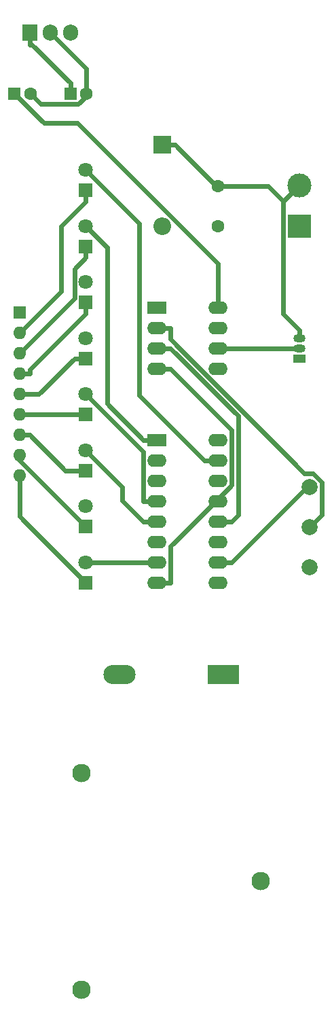
<source format=gbr>
%TF.GenerationSoftware,KiCad,Pcbnew,(5.1.10)-1*%
%TF.CreationDate,2022-06-09T20:54:53-04:00*%
%TF.ProjectId,ATtiny85 Motor Circuit,41547469-6e79-4383-9520-4d6f746f7220,rev?*%
%TF.SameCoordinates,Original*%
%TF.FileFunction,Copper,L2,Bot*%
%TF.FilePolarity,Positive*%
%FSLAX46Y46*%
G04 Gerber Fmt 4.6, Leading zero omitted, Abs format (unit mm)*
G04 Created by KiCad (PCBNEW (5.1.10)-1) date 2022-06-09 20:54:53*
%MOMM*%
%LPD*%
G01*
G04 APERTURE LIST*
%TA.AperFunction,WasherPad*%
%ADD10C,2.300000*%
%TD*%
%TA.AperFunction,ComponentPad*%
%ADD11O,4.020000X2.410000*%
%TD*%
%TA.AperFunction,ComponentPad*%
%ADD12R,4.020000X2.410000*%
%TD*%
%TA.AperFunction,ComponentPad*%
%ADD13O,1.905000X2.000000*%
%TD*%
%TA.AperFunction,ComponentPad*%
%ADD14R,1.905000X2.000000*%
%TD*%
%TA.AperFunction,ComponentPad*%
%ADD15O,2.200000X2.200000*%
%TD*%
%TA.AperFunction,ComponentPad*%
%ADD16R,2.200000X2.200000*%
%TD*%
%TA.AperFunction,ComponentPad*%
%ADD17C,3.000000*%
%TD*%
%TA.AperFunction,ComponentPad*%
%ADD18R,3.000000X3.000000*%
%TD*%
%TA.AperFunction,ComponentPad*%
%ADD19C,1.600000*%
%TD*%
%TA.AperFunction,ComponentPad*%
%ADD20R,1.600000X1.600000*%
%TD*%
%TA.AperFunction,ComponentPad*%
%ADD21C,2.000000*%
%TD*%
%TA.AperFunction,ComponentPad*%
%ADD22O,2.400000X1.600000*%
%TD*%
%TA.AperFunction,ComponentPad*%
%ADD23R,2.400000X1.600000*%
%TD*%
%TA.AperFunction,ComponentPad*%
%ADD24O,1.600000X1.600000*%
%TD*%
%TA.AperFunction,ComponentPad*%
%ADD25C,1.800000*%
%TD*%
%TA.AperFunction,ComponentPad*%
%ADD26R,1.800000X1.800000*%
%TD*%
%TA.AperFunction,ComponentPad*%
%ADD27O,1.500000X1.050000*%
%TD*%
%TA.AperFunction,ComponentPad*%
%ADD28R,1.500000X1.050000*%
%TD*%
%TA.AperFunction,Conductor*%
%ADD29C,0.600000*%
%TD*%
G04 APERTURE END LIST*
D10*
%TO.P,BT1,*%
%TO.N,*%
X120810000Y-164990000D03*
X120810000Y-138020000D03*
X143160000Y-151510000D03*
D11*
%TO.P,BT1,2*%
%TO.N,GND*%
X125550000Y-125730000D03*
D12*
%TO.P,BT1,1*%
%TO.N,Net-(BT1-Pad1)*%
X138430000Y-125730000D03*
%TD*%
D13*
%TO.P,U3,3*%
%TO.N,VCC*%
X119380000Y-45720000D03*
%TO.P,U3,2*%
%TO.N,GND*%
X116840000Y-45720000D03*
D14*
%TO.P,U3,1*%
%TO.N,Net-(BT1-Pad1)*%
X114300000Y-45720000D03*
%TD*%
D15*
%TO.P,D1,2*%
%TO.N,Net-(BT1-Pad1)*%
X130810000Y-69850000D03*
D16*
%TO.P,D1,1*%
%TO.N,Net-(C1-Pad2)*%
X130810000Y-59690000D03*
%TD*%
D17*
%TO.P,M1,2*%
%TO.N,Net-(C1-Pad2)*%
X147955000Y-64770000D03*
D18*
%TO.P,M1,1*%
%TO.N,Net-(BT1-Pad1)*%
X147955000Y-69850000D03*
%TD*%
D19*
%TO.P,C3,2*%
%TO.N,GND*%
X114395000Y-53340000D03*
D20*
%TO.P,C3,1*%
%TO.N,VCC*%
X112395000Y-53340000D03*
%TD*%
D19*
%TO.P,C2,2*%
%TO.N,GND*%
X121380000Y-53340000D03*
D20*
%TO.P,C2,1*%
%TO.N,Net-(BT1-Pad1)*%
X119380000Y-53340000D03*
%TD*%
D21*
%TO.P,RV1,3*%
%TO.N,VCC*%
X149225000Y-102395000D03*
%TO.P,RV1,2*%
%TO.N,Net-(RV1-Pad2)*%
X149225000Y-107395000D03*
%TO.P,RV1,1*%
%TO.N,GND*%
X149225000Y-112395000D03*
%TD*%
D22*
%TO.P,U1,8*%
%TO.N,VCC*%
X137795000Y-80010000D03*
%TO.P,U1,4*%
%TO.N,GND*%
X130175000Y-87630000D03*
%TO.P,U1,7*%
%TO.N,Net-(U1-Pad7)*%
X137795000Y-82550000D03*
%TO.P,U1,3*%
%TO.N,Net-(U1-Pad3)*%
X130175000Y-85090000D03*
%TO.P,U1,6*%
%TO.N,Net-(Q1-Pad2)*%
X137795000Y-85090000D03*
%TO.P,U1,2*%
%TO.N,Net-(RV1-Pad2)*%
X130175000Y-82550000D03*
%TO.P,U1,5*%
%TO.N,Net-(U1-Pad5)*%
X137795000Y-87630000D03*
D23*
%TO.P,U1,1*%
%TO.N,Net-(U1-Pad1)*%
X130175000Y-80010000D03*
%TD*%
D22*
%TO.P,U2,16*%
%TO.N,VCC*%
X137795000Y-96520000D03*
%TO.P,U2,8*%
%TO.N,GND*%
X130175000Y-114300000D03*
%TO.P,U2,15*%
%TO.N,Net-(D2-Pad2)*%
X137795000Y-99060000D03*
%TO.P,U2,7*%
%TO.N,Net-(D9-Pad2)*%
X130175000Y-111760000D03*
%TO.P,U2,14*%
%TO.N,Net-(U1-Pad7)*%
X137795000Y-101600000D03*
%TO.P,U2,6*%
%TO.N,Net-(D8-Pad2)*%
X130175000Y-109220000D03*
%TO.P,U2,13*%
%TO.N,GND*%
X137795000Y-104140000D03*
%TO.P,U2,5*%
%TO.N,Net-(D7-Pad2)*%
X130175000Y-106680000D03*
%TO.P,U2,12*%
%TO.N,Net-(U1-Pad3)*%
X137795000Y-106680000D03*
%TO.P,U2,4*%
%TO.N,Net-(D6-Pad2)*%
X130175000Y-104140000D03*
%TO.P,U2,11*%
%TO.N,Net-(U1-Pad5)*%
X137795000Y-109220000D03*
%TO.P,U2,3*%
%TO.N,Net-(D5-Pad2)*%
X130175000Y-101600000D03*
%TO.P,U2,10*%
%TO.N,VCC*%
X137795000Y-111760000D03*
%TO.P,U2,2*%
%TO.N,Net-(D4-Pad2)*%
X130175000Y-99060000D03*
%TO.P,U2,9*%
%TO.N,Net-(U2-Pad9)*%
X137795000Y-114300000D03*
D23*
%TO.P,U2,1*%
%TO.N,Net-(D3-Pad2)*%
X130175000Y-96520000D03*
%TD*%
D24*
%TO.P,RN1,9*%
%TO.N,Net-(D9-Pad1)*%
X113030000Y-100965000D03*
%TO.P,RN1,8*%
%TO.N,Net-(D8-Pad1)*%
X113030000Y-98425000D03*
%TO.P,RN1,7*%
%TO.N,Net-(D7-Pad1)*%
X113030000Y-95885000D03*
%TO.P,RN1,6*%
%TO.N,Net-(D6-Pad1)*%
X113030000Y-93345000D03*
%TO.P,RN1,5*%
%TO.N,Net-(D5-Pad1)*%
X113030000Y-90805000D03*
%TO.P,RN1,4*%
%TO.N,Net-(D4-Pad1)*%
X113030000Y-88265000D03*
%TO.P,RN1,3*%
%TO.N,Net-(D3-Pad1)*%
X113030000Y-85725000D03*
%TO.P,RN1,2*%
%TO.N,Net-(D2-Pad1)*%
X113030000Y-83185000D03*
D20*
%TO.P,RN1,1*%
%TO.N,GND*%
X113030000Y-80645000D03*
%TD*%
D25*
%TO.P,D9,2*%
%TO.N,Net-(D9-Pad2)*%
X121285000Y-111760000D03*
D26*
%TO.P,D9,1*%
%TO.N,Net-(D9-Pad1)*%
X121285000Y-114300000D03*
%TD*%
D25*
%TO.P,D8,2*%
%TO.N,Net-(D8-Pad2)*%
X121285000Y-104775000D03*
D26*
%TO.P,D8,1*%
%TO.N,Net-(D8-Pad1)*%
X121285000Y-107315000D03*
%TD*%
D25*
%TO.P,D7,2*%
%TO.N,Net-(D7-Pad2)*%
X121285000Y-97790000D03*
D26*
%TO.P,D7,1*%
%TO.N,Net-(D7-Pad1)*%
X121285000Y-100330000D03*
%TD*%
D25*
%TO.P,D6,2*%
%TO.N,Net-(D6-Pad2)*%
X121285000Y-90805000D03*
D26*
%TO.P,D6,1*%
%TO.N,Net-(D6-Pad1)*%
X121285000Y-93345000D03*
%TD*%
D25*
%TO.P,D5,2*%
%TO.N,Net-(D5-Pad2)*%
X121285000Y-83820000D03*
D26*
%TO.P,D5,1*%
%TO.N,Net-(D5-Pad1)*%
X121285000Y-86360000D03*
%TD*%
D25*
%TO.P,D4,2*%
%TO.N,Net-(D4-Pad2)*%
X121285000Y-76835000D03*
D26*
%TO.P,D4,1*%
%TO.N,Net-(D4-Pad1)*%
X121285000Y-79375000D03*
%TD*%
D25*
%TO.P,D3,2*%
%TO.N,Net-(D3-Pad2)*%
X121285000Y-69850000D03*
D26*
%TO.P,D3,1*%
%TO.N,Net-(D3-Pad1)*%
X121285000Y-72390000D03*
%TD*%
D25*
%TO.P,D2,2*%
%TO.N,Net-(D2-Pad2)*%
X121285000Y-62865000D03*
D26*
%TO.P,D2,1*%
%TO.N,Net-(D2-Pad1)*%
X121285000Y-65405000D03*
%TD*%
D19*
%TO.P,C1,2*%
%TO.N,Net-(C1-Pad2)*%
X137795000Y-64850000D03*
%TO.P,C1,1*%
%TO.N,Net-(BT1-Pad1)*%
X137795000Y-69850000D03*
%TD*%
D27*
%TO.P,Q1,2*%
%TO.N,Net-(Q1-Pad2)*%
X147955000Y-85090000D03*
%TO.P,Q1,3*%
%TO.N,Net-(C1-Pad2)*%
X147955000Y-83820000D03*
D28*
%TO.P,Q1,1*%
%TO.N,GND*%
X147955000Y-86360000D03*
%TD*%
D29*
%TO.N,Net-(C1-Pad2)*%
X145954600Y-66770400D02*
X147955000Y-64770000D01*
X147955000Y-82794700D02*
X145954600Y-80794300D01*
X145954600Y-80794300D02*
X145954600Y-66770400D01*
X137795000Y-64850000D02*
X144034200Y-64850000D01*
X144034200Y-64850000D02*
X145954600Y-66770400D01*
X132410300Y-59690000D02*
X137570300Y-64850000D01*
X137570300Y-64850000D02*
X137795000Y-64850000D01*
X147955000Y-83820000D02*
X147955000Y-82794700D01*
X130810000Y-59690000D02*
X132410300Y-59690000D01*
%TO.N,Net-(Q1-Pad2)*%
X147955000Y-85090000D02*
X137795000Y-85090000D01*
%TO.N,GND*%
X130175000Y-87630000D02*
X131875300Y-87630000D01*
X130175000Y-114300000D02*
X131875300Y-114300000D01*
X137494100Y-104140000D02*
X131875300Y-109758800D01*
X131875300Y-109758800D02*
X131875300Y-114300000D01*
X131875300Y-87630000D02*
X139495300Y-95250000D01*
X139495300Y-95250000D02*
X139495300Y-102138800D01*
X139495300Y-102138800D02*
X137494100Y-104140000D01*
X137795000Y-104140000D02*
X137494100Y-104140000D01*
X121380000Y-53340000D02*
X121380000Y-50260000D01*
X121380000Y-50260000D02*
X116840000Y-45720000D01*
X114395000Y-53340000D02*
X115713600Y-54658600D01*
X115713600Y-54658600D02*
X120386500Y-54658600D01*
X120386500Y-54658600D02*
X121380000Y-53665100D01*
X121380000Y-53665100D02*
X121380000Y-53340000D01*
%TO.N,Net-(U1-Pad3)*%
X131875300Y-85090000D02*
X140295600Y-93510300D01*
X140295600Y-93510300D02*
X140295600Y-105879700D01*
X140295600Y-105879700D02*
X139495300Y-106680000D01*
X130175000Y-85090000D02*
X131875300Y-85090000D01*
X137795000Y-106680000D02*
X139495300Y-106680000D01*
%TO.N,VCC*%
X137795000Y-80010000D02*
X137795000Y-74520400D01*
X137795000Y-74520400D02*
X120292600Y-57018000D01*
X120292600Y-57018000D02*
X116073000Y-57018000D01*
X116073000Y-57018000D02*
X112395000Y-53340000D01*
X139495300Y-111760000D02*
X148860300Y-102395000D01*
X148860300Y-102395000D02*
X149225000Y-102395000D01*
X137795000Y-111760000D02*
X139495300Y-111760000D01*
%TO.N,Net-(RV1-Pad2)*%
X130175000Y-82550000D02*
X131875300Y-82550000D01*
X131875300Y-82550000D02*
X131875300Y-83958000D01*
X131875300Y-83958000D02*
X148568600Y-100651300D01*
X148568600Y-100651300D02*
X149609300Y-100651300D01*
X149609300Y-100651300D02*
X150758700Y-101800700D01*
X150758700Y-101800700D02*
X150758700Y-105861300D01*
X150758700Y-105861300D02*
X149225000Y-107395000D01*
%TO.N,Net-(BT1-Pad1)*%
X114300000Y-45720000D02*
X114300000Y-47220300D01*
X119380000Y-53340000D02*
X119380000Y-52039700D01*
X119380000Y-52039700D02*
X114560600Y-47220300D01*
X114560600Y-47220300D02*
X114300000Y-47220300D01*
%TO.N,Net-(D2-Pad2)*%
X137795000Y-99060000D02*
X136094700Y-99060000D01*
X121285000Y-62865000D02*
X127966300Y-69546300D01*
X127966300Y-69546300D02*
X127966300Y-90931600D01*
X127966300Y-90931600D02*
X136094700Y-99060000D01*
%TO.N,Net-(D2-Pad1)*%
X121285000Y-66805300D02*
X118236700Y-69853600D01*
X118236700Y-69853600D02*
X118236700Y-77978300D01*
X118236700Y-77978300D02*
X113030000Y-83185000D01*
X121285000Y-65405000D02*
X121285000Y-66805300D01*
%TO.N,Net-(D3-Pad2)*%
X130175000Y-96520000D02*
X128474700Y-96520000D01*
X121285000Y-69850000D02*
X123954300Y-72519300D01*
X123954300Y-72519300D02*
X123954300Y-91999600D01*
X123954300Y-91999600D02*
X128474700Y-96520000D01*
%TO.N,Net-(D3-Pad1)*%
X121285000Y-72390000D02*
X121285000Y-73790300D01*
X121285000Y-73790300D02*
X119884700Y-75190600D01*
X119884700Y-75190600D02*
X119884700Y-78870300D01*
X119884700Y-78870300D02*
X113030000Y-85725000D01*
%TO.N,Net-(D4-Pad1)*%
X113030000Y-88265000D02*
X114330300Y-88265000D01*
X121285000Y-79375000D02*
X121285000Y-80775300D01*
X121285000Y-80775300D02*
X114330300Y-87730000D01*
X114330300Y-87730000D02*
X114330300Y-88265000D01*
%TO.N,Net-(D5-Pad1)*%
X121285000Y-86360000D02*
X119884700Y-86360000D01*
X119884700Y-86360000D02*
X115439700Y-90805000D01*
X115439700Y-90805000D02*
X113030000Y-90805000D01*
%TO.N,Net-(D6-Pad2)*%
X130175000Y-104140000D02*
X128474700Y-104140000D01*
X121285000Y-90805000D02*
X128474700Y-97994700D01*
X128474700Y-97994700D02*
X128474700Y-104140000D01*
%TO.N,Net-(D6-Pad1)*%
X121285000Y-93345000D02*
X113030000Y-93345000D01*
%TO.N,Net-(D7-Pad2)*%
X130175000Y-106680000D02*
X128474700Y-106680000D01*
X121285000Y-97790000D02*
X125843600Y-102348600D01*
X125843600Y-102348600D02*
X125843600Y-104048900D01*
X125843600Y-104048900D02*
X128474700Y-106680000D01*
%TO.N,Net-(D7-Pad1)*%
X113030000Y-95885000D02*
X114330300Y-95885000D01*
X121285000Y-100330000D02*
X118775300Y-100330000D01*
X118775300Y-100330000D02*
X114330300Y-95885000D01*
%TO.N,Net-(D8-Pad1)*%
X121285000Y-107315000D02*
X113030000Y-99060000D01*
X113030000Y-99060000D02*
X113030000Y-98425000D01*
%TO.N,Net-(D9-Pad2)*%
X121285000Y-111760000D02*
X130175000Y-111760000D01*
%TO.N,Net-(D9-Pad1)*%
X121285000Y-114300000D02*
X113030000Y-106045000D01*
X113030000Y-106045000D02*
X113030000Y-100965000D01*
%TD*%
M02*

</source>
